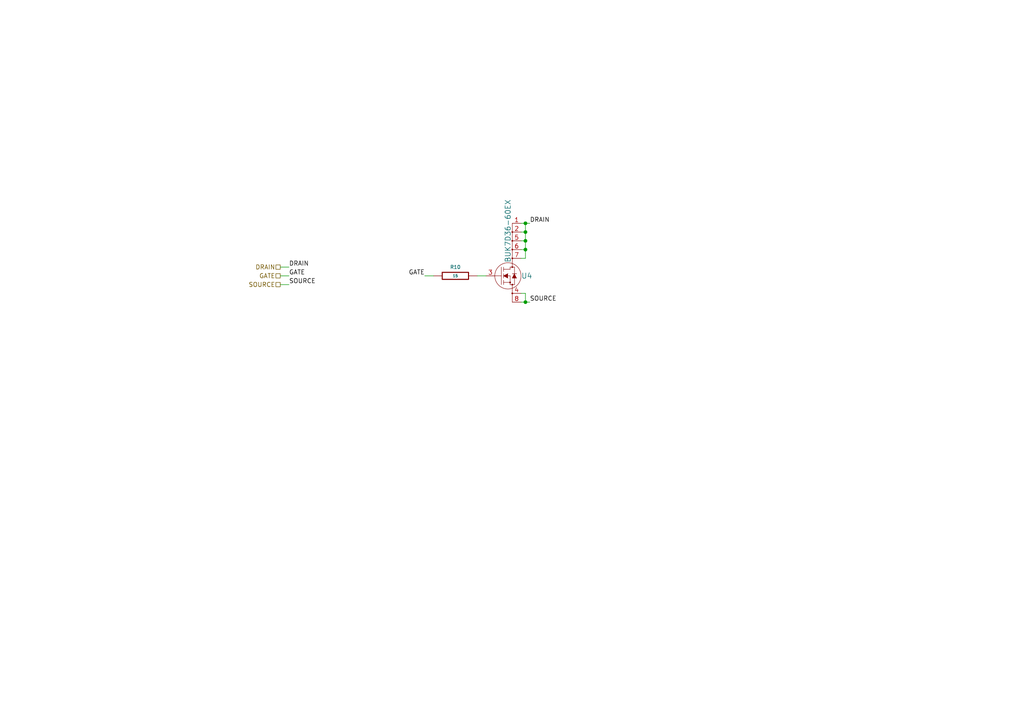
<source format=kicad_sch>
(kicad_sch (version 20230121) (generator eeschema)
  (paper "A4")
  (title_block (title "pico-hat-stepper") (date "2024-04-16") (rev "1.0") (company "Howard Hughes Medical Institute"))
  (lib_symbols
    (symbol "Janelia:BUK7D36-60EX" (pin_names (offset 0) hide)
      (property "Reference" "U" (at 3.81 0 0))
      (property "Value" "BUK7D36-60EX" (at 0 3.81 90))
      (symbol "BUK7D36-60EX_0_1"
        (polyline (pts (xy -3.81 0) (xy -1.905 0)) (stroke (width 0.127)))
        (polyline (pts (xy -1.905 -2.54) (xy -1.905 2.54)) (stroke (width 0.127)))
        (polyline (pts (xy -1.27 -2.54) (xy -1.27 -1.27)) (stroke (width 0.127)))
        (polyline (pts (xy -1.27 -1.905) (xy 0.635 -1.905)) (stroke (width 0.127)))
        (polyline (pts (xy -1.27 -0.635) (xy -1.27 0.635)) (stroke (width 0.127)))
        (polyline (pts (xy -1.27 1.27) (xy -1.27 2.54)) (stroke (width 0.127)))
        (polyline (pts (xy -1.27 1.905) (xy 0.635 1.905)) (stroke (width 0.127)))
        (polyline (pts (xy 0 0) (xy 0.635 0)) (stroke (width 0.127)))
        (polyline (pts (xy 0.635 -2.54) (xy 0.635 0)) (stroke (width 0.127)))
        (polyline (pts (xy 0.635 -2.54) (xy 1.905 -2.54)) (stroke (width 0.127)))
        (polyline (pts (xy 0.635 1.905) (xy 0.635 2.54)) (stroke (width 0.127)))
        (polyline (pts (xy 0.635 2.54) (xy 1.905 2.54)) (stroke (width 0.127)))
        (polyline (pts (xy 1.27 -7.62) (xy 1.27 -3.81)) (stroke (width 0.127)))
        (polyline (pts (xy 1.27 -3.81) (xy 1.27 -2.54)) (stroke (width 0.127)))
        (polyline (pts (xy 1.27 15.24) (xy 1.27 2.54)) (stroke (width 0.127)))
        (polyline (pts (xy 1.905 -2.54) (xy 1.905 -0.635)) (stroke (width 0.127)))
        (polyline (pts (xy 1.905 0.635) (xy 1.905 2.54)) (stroke (width 0.127)))
        (polyline (pts (xy 2.54 0.635) (xy 1.27 0.635)) (stroke (width 0.127)))
        (polyline (pts (xy 0 0.635) (xy -1.27 0) (xy 0 -0.635)) (fill (type outline)))
        (polyline (pts (xy 2.54 -0.635) (xy 1.27 -0.635) (xy 1.905 0.635)) (fill (type outline)))
        (circle (center 0 0) (radius 3.81) (stroke (width 0.127)))
        (circle (center 0.635 -1.905) (radius 0.127) (stroke (width 0.254)))
        (circle (center 1.27 -5.08) (radius 0.127) (stroke (width 0.254)))
        (circle (center 1.27 -2.54) (radius 0.127) (stroke (width 0.254)))
        (circle (center 1.27 2.54) (radius 0.127) (stroke (width 0.254)))
        (circle (center 1.27 5.08) (radius 0.127) (stroke (width 0.254)))
        (circle (center 1.27 7.62) (radius 0.127) (stroke (width 0.254)))
        (circle (center 1.27 10.16) (radius 0.127) (stroke (width 0.254)))
        (circle (center 1.27 12.7) (radius 0.127) (stroke (width 0.254)))
      )
      (symbol "BUK7D36-60EX_1_1"
        (pin unspecified line (at 3.81 15.24 180) (length 2.54) (name "D") (number "1"))
        (pin unspecified line (at 3.81 12.7 180) (length 2.54) (name "D") (number "2"))
        (pin unspecified line (at -6.35 0 0) (length 2.54) (name "G") (number "3"))
        (pin unspecified line (at 3.81 -5.08 180) (length 2.54) (name "S") (number "4"))
        (pin unspecified line (at 3.81 10.16 180) (length 2.54) (name "D") (number "5"))
        (pin unspecified line (at 3.81 7.62 180) (length 2.54) (name "D") (number "6"))
        (pin unspecified line (at 3.81 5.08 180) (length 2.54) (name "D") (number "7"))
        (pin unspecified line (at 3.81 -7.62 180) (length 2.54) (name "S") (number "8"))
      )
    )
    (symbol "Janelia:R_15_0.1W_0402" (pin_numbers hide) (pin_names (offset 0))
      (property "Reference" "R" (at 2.032 0 90))
      (property "Value" "15" (at 0 0 90))
      (symbol "R_15_0.1W_0402_0_1"
        (rectangle (start -1.016 3.81) (end 1.016 -3.81) (stroke (width 0.3048)))
      )
      (symbol "R_15_0.1W_0402_1_1"
        (pin passive line (at 0 6.35 270) (length 2.54) (name "~") (number "1"))
        (pin passive line (at 0 -6.35 90) (length 2.54) (name "~") (number "2"))
      )
    )
  )
  (junction (at 152.4 69.85))
  (junction (at 152.4 67.31))
  (junction (at 152.4 87.63))
  (junction (at 152.4 72.39))
  (junction (at 152.4 64.77))
  (wire (pts (xy 152.4 74.93) (xy 151.13 74.93)))
  (wire (pts (xy 81.28 77.47) (xy 83.82 77.47)))
  (wire (pts (xy 152.4 72.39) (xy 152.4 74.93)))
  (wire (pts (xy 151.13 67.31) (xy 152.4 67.31)))
  (wire (pts (xy 152.4 64.77) (xy 153.67 64.77)))
  (wire (pts (xy 152.4 69.85) (xy 152.4 72.39)))
  (wire (pts (xy 151.13 72.39) (xy 152.4 72.39)))
  (wire (pts (xy 81.28 80.01) (xy 83.82 80.01)))
  (wire (pts (xy 152.4 67.31) (xy 152.4 69.85)))
  (wire (pts (xy 151.13 69.85) (xy 152.4 69.85)))
  (wire (pts (xy 152.4 85.09) (xy 152.4 87.63)))
  (wire (pts (xy 138.43 80.01) (xy 140.97 80.01)))
  (wire (pts (xy 125.73 80.01) (xy 123.19 80.01)))
  (wire (pts (xy 81.28 82.55) (xy 83.82 82.55)))
  (wire (pts (xy 151.13 85.09) (xy 152.4 85.09)))
  (wire (pts (xy 151.13 64.77) (xy 152.4 64.77)))
  (wire (pts (xy 152.4 64.77) (xy 152.4 67.31)))
  (wire (pts (xy 152.4 87.63) (xy 153.67 87.63)))
  (wire (pts (xy 151.13 87.63) (xy 152.4 87.63)))
  (label "DRAIN" (at 153.67 64.77 0))
  (label "SOURCE" (at 83.82 82.55 0))
  (label "GATE" (at 83.82 80.01 0))
  (label "DRAIN" (at 83.82 77.47 0))
  (label "SOURCE" (at 153.67 87.63 0))
  (label "GATE" (at 123.19 80.01 180))
  (hierarchical_label "SOURCE" (shape passive) (at 81.28 82.55 180))
  (hierarchical_label "GATE" (shape passive) (at 81.28 80.01 180))
  (hierarchical_label "DRAIN" (shape passive) (at 81.28 77.47 180))
  (symbol (lib_id "Janelia:BUK7D36-60EX") (at 147.32 80.01 0) (unit 1)
    (property "Reference" "U4" (at 151.13 80.01 0) (effects (font (size 1.524 1.524)) (justify left)))
    (property "Value" "BUK7D36-60EX" (at 147.32 76.2 90) (effects (font (size 1.524 1.524)) (justify left)))
    (property "Footprint" "Janelia:BUK7D3660EX_NEX" (effects hide))
    (property "Datasheet" "BUK7D36-60EX" (effects hide))
    (property "Description" "MOSFET N-CH 60V 5.5A/14A" (effects hide))
    (property "Package" "6DFN" (effects hide))
    (property "Manufacturer" "Nexperia USA Inc." (effects hide))
    (property "Manufacturer Part Number" "BUK7D36-60EX" (effects hide))
    (property "Vendor" "Digi-Key" (effects hide))
    (property "Vendor Part Number" "1727-BUK7D36-60EXCT-ND" (effects hide))
    (instances (project "pico-hat-stepper" (path "" (reference "U4") (unit 1)) (path "" (reference "U5") (unit 1)) (path "" (reference "U6") (unit 1)) (path "" (reference "U7") (unit 1)) (path "" (reference "U8") (unit 1)) (path "" (reference "U9") (unit 1)) (path "" (reference "U10") (unit 1)) (path "" (reference "U11") (unit 1))))
  )
  (symbol (lib_id "Janelia:R_15_0.1W_0402") (at 132.08 80.01 90) (unit 1)
    (property "Reference" "R10" (at 132.08 77.47 90) (effects (font (size 1.016 1.016))))
    (property "Value" "15" (at 132.08 80.01 90) (effects (font (size 0.762 0.762))))
    (property "Footprint" "Janelia:R_0402_1005Metric" (effects hide))
    (property "Vendor" "Digi-Key" (effects hide))
    (property "Vendor Part Number" "P15.0LCT-ND" (effects hide))
    (property "Description" "RES SMD 15 OHM 1% 1/10W" (effects hide))
    (property "Package" "0402" (effects hide))
    (property "Manufacturer" "Panasonic Electronic Components" (effects hide))
    (property "Manufacturer Part Number" "ERJ-2RKF15R0X" (effects hide))
    (instances (project "pico-hat-stepper" (path "" (reference "R10") (unit 1)) (path "" (reference "R11") (unit 1)) (path "" (reference "R12") (unit 1)) (path "" (reference "R13") (unit 1)) (path "" (reference "R14") (unit 1)) (path "" (reference "R15") (unit 1)) (path "" (reference "R16") (unit 1)) (path "" (reference "R17") (unit 1))))
  )
)
</source>
